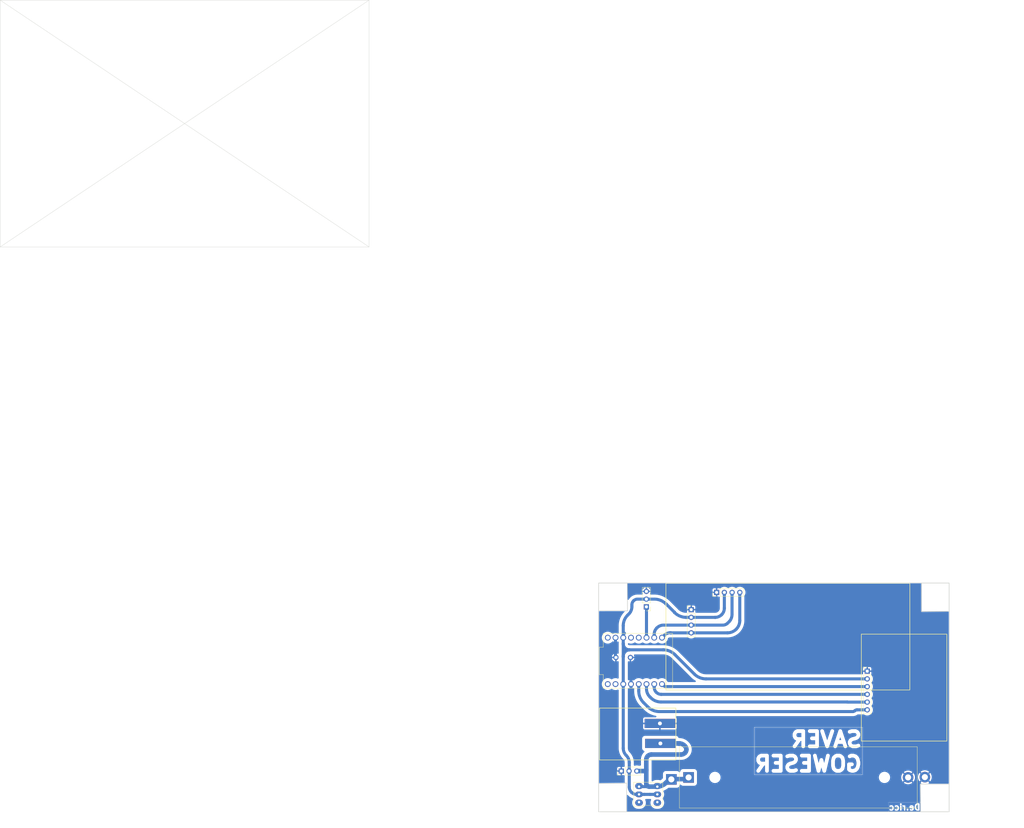
<source format=kicad_pcb>
(kicad_pcb (version 20221018) (generator pcbnew)
  (layers (0 "F.Cu" signal) (31 "B.Cu" signal) (34 "B.Paste" user) (35 "F.Paste" user) (36 "B.SilkS" user "B.Silkscreen") (37 "F.SilkS" user "F.Silkscreen") (38 "B.Mask" user) (39 "F.Mask" user) (44 "Edge.Cuts" user))
  (net 0 "")
  (net 1 "gnd")
  (net 2 "vcc")
  (net 3 "vcca")
  (net 4 "sda")
  (net 5 "scl")
  (net 6 "1")
  (net 7 "2")
  (net 8 "3")
  (net 9 "4")
  (net 10 "hall")
  (footprint "" (layer "F.Cu") (at 122.855 130.215)
    (fp_text reference "" hide)
    (fp_text value "" (at 0 0) (layer "F.SilkS") (effects (font (size 1.27 1.27))))
    (pad "3" thru_hole rect (at 0 0 90) (size 3 10) (drill 1.27) (layers "*.Cu" "*.Mask") (net 1 "gnd"))
  )
  (footprint "" (layer "F.Cu") (at 209.76 147.83)
    (fp_text reference "" hide)
    (fp_text value "" (at 0 0) (layer "F.SilkS") (effects (font (size 1.27 1.27))))
    (pad "2" thru_hole circle (at 0 0) (size 3.5 3.5) (drill 2) (layers "*.Cu" "*.Mask") (net 1 "gnd"))
  )
  (footprint "" (layer "F.Cu") (at 108.27 102.09)
    (fp_text reference "" hide)
    (fp_text value "" (at 0 0) (layer "F.SilkS") (effects (font (size 1.27 1.27))))
    (pad "3" thru_hole oval (at 0 0 180) (size 1.7 1.7) (drill 1) (layers "*.Cu" "*.Mask") (net 1 "gnd"))
  )
  (footprint "Potentiometer_SMD:MODULE_ESP32-C3_SUPERMINI" (layer "F.Cu") (at 115.65 109.68 90)
    (fp_text reference "REF**" hide)
    (fp_text value "MODULE_ESP32-C3_SUPERMINI")
    (fp_line (start -9 11.35) (end -9 -11.35) (stroke (width 0.127)) (layer "F.SilkS"))
    (fp_line (start -4.5 -12.65) (end -4.5 -11.35) (stroke (width 0.127)) (layer "F.SilkS"))
    (fp_line (start -4.5 -11.35) (end -9 -11.35) (stroke (width 0.127)) (layer "F.SilkS"))
    (fp_line (start 4.5 -12.65) (end -4.5 -12.65) (stroke (width 0.127)) (layer "F.SilkS"))
    (fp_line (start 4.5 -12.65) (end 4.5 -11.35) (stroke (width 0.127)) (layer "F.SilkS"))
    (fp_line (start 9 -11.35) (end 4.5 -11.35) (stroke (width 0.127)) (layer "F.SilkS"))
    (fp_line (start 9 11.35) (end -9 11.35) (stroke (width 0.127)) (layer "F.SilkS"))
    (fp_line (start 9 11.35) (end 9 -11.35) (stroke (width 0.127)) (layer "F.SilkS"))
    (pad "0" thru_hole circle (at 7.62 7.88 90) (size 1.905 1.905) (drill 1.27) (layers "*.Cu" "*.Mask") (net 5 "scl"))
    (pad "1" thru_hole circle (at 7.62 5.34 90) (size 1.905 1.905) (drill 1.27) (layers "*.Cu" "*.Mask") (net 4 "sda"))
    (pad "2" thru_hole circle (at 7.62 2.8 90) (size 1.905 1.905) (drill 1.27) (layers "*.Cu" "*.Mask") (net 10 "hall"))
    (pad "3" thru_hole circle (at 7.62 0.26 90) (size 1.905 1.905) (drill 1.27) (layers "*.Cu" "*.Mask"))
    (pad "3.3" thru_hole circle (at 7.62 -4.82 90) (size 1.905 1.905) (drill 1.27) (layers "*.Cu" "*.Mask") (net 2 "vcc"))
    (pad "4" thru_hole circle (at 7.62 -2.28 90) (size 1.905 1.905) (drill 1.27) (layers "*.Cu" "*.Mask"))
    (pad "5" thru_hole circle (at -7.62 -9.9 90) (size 1.905 1.905) (drill 1.27) (layers "*.Cu" "*.Mask"))
    (pad "5V" thru_hole circle (at 7.62 -9.9 90) (size 1.905 1.905) (drill 1.27) (layers "*.Cu" "*.Mask"))
    (pad "6" thru_hole circle (at -7.62 -7.36 90) (size 1.905 1.905) (drill 1.27) (layers "*.Cu" "*.Mask"))
    (pad "7" thru_hole circle (at -7.62 -4.82 90) (size 1.905 1.905) (drill 1.27) (layers "*.Cu" "*.Mask") (net 2 "vcc"))
    (pad "8" thru_hole circle (at -7.62 -2.28 90) (size 1.905 1.905) (drill 1.27) (layers "*.Cu" "*.Mask") (net 1 "gnd"))
    (pad "9" thru_hole circle (at -7.62 0.26 90) (size 1.905 1.905) (drill 1.27) (layers "*.Cu" "*.Mask") (net 9 "4"))
    (pad "10" thru_hole circle (at -7.62 2.8 90) (size 1.905 1.905) (drill 1.27) (layers "*.Cu" "*.Mask") (net 8 "3"))
    (pad "20" thru_hole circle (at -7.62 5.34 90) (size 1.905 1.905) (drill 1.27) (layers "*.Cu" "*.Mask") (net 7 "2"))
    (pad "21" thru_hole circle (at -7.62 7.88 90) (size 1.905 1.905) (drill 1.27) (layers "*.Cu" "*.Mask") (net 6 "1"))
    (pad "G" thru_hole circle (at 7.62 -7.36 90) (size 1.905 1.905) (drill 1.27) (layers "*.Cu" "*.Mask") (net 1 "gnd"))
  )
  (footprint "Battery:BatteryHolder_MPD_BH-18650-PC2" (layer "F.Cu") (at 132.26 147.93)
    (fp_text reference "REF**" hide)
    (fp_text value "BatteryHolder_MPD_BH-18650-PC2")
    (fp_line (start -3 -10.05) (end 75 -10.05) (stroke (width 0.12)) (layer "F.SilkS"))
    (fp_line (start -3 10.05) (end -3 -10.05) (stroke (width 0.12)) (layer "F.SilkS"))
    (fp_line (start 75 -10.05) (end 75 10.05) (stroke (width 0.12)) (layer "F.SilkS"))
    (fp_line (start 75 10.05) (end -3 10.05) (stroke (width 0.12)) (layer "F.SilkS"))
    (pad "" np_thru_hole circle (at 8.645 0) (size 3.2 3.2) (drill 3.2) (layers "*.Cu" "*.Mask"))
    (pad "" np_thru_hole circle (at 64.255 0) (size 3.2 3.2) (drill 3.2) (layers "*.Cu" "*.Mask"))
    (pad "1" thru_hole rect (at 0 0) (size 3.5 3.5) (drill 2) (layers "*.Cu" "*.Mask") (net 3 "vcca"))
    (pad "2" thru_hole circle (at 72 0) (size 3.5 3.5) (drill 2) (layers "*.Cu" "*.Mask") (net 1 "gnd"))
  )
  (footprint "" (layer "F.Cu") (at 108.42 108.56)
    (fp_text reference "" hide)
    (fp_text value "" (at 0 0) (layer "F.SilkS") (effects (font (size 1.27 1.27))))
    (pad "3" thru_hole oval (at 0 0 180) (size 1.7 1.7) (drill 1) (layers "*.Cu" "*.Mask") (net 1 "gnd"))
  )
  (footprint "Connector_PinHeader_2.54mm:PinHeader_1x06_P2.54mm_Vertical" (layer "F.Cu") (at 190.86 113.05)
    (fp_text reference "REF**" hide)
    (fp_text value "PinHeader_1x06_P2.54mm_Vertical")
    (fp_line (start -1.33 -1.33) (end 0 -1.33) (stroke (width 0.12)) (layer "F.SilkS"))
    (fp_line (start -1.33 0) (end -1.33 -1.33) (stroke (width 0.12)) (layer "F.SilkS"))
    (fp_line (start -1.33 1.27) (end -1.33 14.03) (stroke (width 0.12)) (layer "F.SilkS"))
    (fp_line (start -1.33 1.27) (end 1.33 1.27) (stroke (width 0.12)) (layer "F.SilkS"))
    (fp_line (start -1.33 14.03) (end 1.33 14.03) (stroke (width 0.12)) (layer "F.SilkS"))
    (fp_line (start 1.33 1.27) (end 1.33 14.03) (stroke (width 0.12)) (layer "F.SilkS"))
    (pad "1" thru_hole rect (at 0 0) (size 1.7 1.7) (drill 1) (layers "*.Cu" "*.Mask") (net 1 "gnd"))
    (pad "2" thru_hole oval (at 0 2.54) (size 1.7 1.7) (drill 1) (layers "*.Cu" "*.Mask") (net 2 "vcc"))
    (pad "3" thru_hole oval (at 0 5.08) (size 1.7 1.7) (drill 1) (layers "*.Cu" "*.Mask") (net 6 "1"))
    (pad "4" thru_hole oval (at 0 7.62) (size 1.7 1.7) (drill 1) (layers "*.Cu" "*.Mask") (net 7 "2"))
    (pad "5" thru_hole oval (at 0 10.16) (size 1.7 1.7) (drill 1) (layers "*.Cu" "*.Mask") (net 8 "3"))
    (pad "6" thru_hole oval (at 0 12.7) (size 1.7 1.7) (drill 1) (layers "*.Cu" "*.Mask") (net 9 "4"))
  )
  (footprint "Connector_PinHeader_2.54mm:PinHeader_1x04_P2.54mm_Vertical" (layer "F.Cu") (at 133.12 92.86)
    (fp_text reference "REF**" hide)
    (fp_text value "PinHeader_1x04_P2.54mm_Vertical" hide)
    (fp_line (start -1.33 -1.33) (end 0 -1.33) (stroke (width 0.12)) (layer "F.SilkS"))
    (fp_line (start -1.33 0) (end -1.33 -1.33) (stroke (width 0.12)) (layer "F.SilkS"))
    (fp_line (start -1.33 1.27) (end -1.33 8.95) (stroke (width 0.12)) (layer "F.SilkS"))
    (fp_line (start -1.33 1.27) (end 1.33 1.27) (stroke (width 0.12)) (layer "F.SilkS"))
    (fp_line (start -1.33 8.95) (end 1.33 8.95) (stroke (width 0.12)) (layer "F.SilkS"))
    (fp_line (start 1.33 1.27) (end 1.33 8.95) (stroke (width 0.12)) (layer "F.SilkS"))
    (pad "1" thru_hole rect (at 0 0) (size 1.7 1.7) (drill 1) (layers "*.Cu" "*.Mask") (net 1 "gnd"))
    (pad "2" thru_hole oval (at 0 2.54) (size 1.7 1.7) (drill 1) (layers "*.Cu" "*.Mask") (net 2 "vcc"))
    (pad "3" thru_hole oval (at 0 5.08) (size 1.7 1.7) (drill 1) (layers "*.Cu" "*.Mask") (net 4 "sda"))
    (pad "4" thru_hole oval (at 0 7.62) (size 1.7 1.7) (drill 1) (layers "*.Cu" "*.Mask") (net 5 "scl"))
  )
  (footprint "" (layer "F.Cu") (at 123.01 136.78)
    (fp_text reference "" hide)
    (fp_text value "" (at 0 0) (layer "F.SilkS") (effects (font (size 1.27 1.27))))
    (pad "3" thru_hole rect (at 0 0 90) (size 3 10) (drill 1.27) (layers "*.Cu" "*.Mask") (net 3 "vcca"))
  )
  (footprint "Connector_PinHeader_2.54mm:PinHeader_1x03_P2.54mm_Vertical" (layer "F.Cu") (at 118.42 91.95 180)
    (fp_text reference "REF**" hide)
    (fp_text value "PinHeader_1x03_P2.54mm_Vertical")
    (fp_line (start -1.33 -1.33) (end 0 -1.33) (stroke (width 0.12)) (layer "F.SilkS"))
    (fp_line (start -1.33 0) (end -1.33 -1.33) (stroke (width 0.12)) (layer "F.SilkS"))
    (fp_line (start -1.33 1.27) (end -1.33 6.41) (stroke (width 0.12)) (layer "F.SilkS"))
    (fp_line (start -1.33 1.27) (end 1.33 1.27) (stroke (width 0.12)) (layer "F.SilkS"))
    (fp_line (start -1.33 6.41) (end 1.33 6.41) (stroke (width 0.12)) (layer "F.SilkS"))
    (fp_line (start 1.33 1.27) (end 1.33 6.41) (stroke (width 0.12)) (layer "F.SilkS"))
    (pad "1" thru_hole rect (at 0 0 180) (size 1.7 1.7) (drill 1) (layers "*.Cu" "*.Mask") (net 10 "hall"))
    (pad "2" thru_hole oval (at 0 2.54 180) (size 1.7 1.7) (drill 1) (layers "*.Cu" "*.Mask") (net 2 "vcc"))
    (pad "3" thru_hole oval (at 0 5.08 180) (size 1.7 1.7) (drill 1) (layers "*.Cu" "*.Mask") (net 1 "gnd"))
  )
  (footprint "" (layer "F.Cu") (at 113.18 108.56)
    (fp_text reference "" hide)
    (fp_text value "" (at 0 0) (layer "F.SilkS") (effects (font (size 1.27 1.27))))
    (pad "3" thru_hole oval (at 0 0 180) (size 1.7 1.7) (drill 1) (layers "*.Cu" "*.Mask") (net 1 "gnd"))
  )
  (footprint "" (layer "F.Cu") (at 126.6 148.57)
    (fp_text reference "" hide)
    (fp_text value "" (at 0 0) (layer "F.SilkS") (effects (font (size 1.27 1.27))))
    (pad "1" thru_hole rect (at 0 0) (size 3.5 3.5) (drill 2) (layers "*.Cu" "*.Mask") (net 3 "vcca"))
  )
  (footprint "Connector_PinHeader_2.54mm:PinHeader_1x04_P2.54mm_Vertical" (layer "F.Cu") (at 141.45 87.21 90)
    (fp_text reference "REF**" hide)
    (fp_text value "PinHeader_1x04_P2.54mm_Vertical" hide)
    (fp_line (start -1.33 -1.33) (end 0 -1.33) (stroke (width 0.12)) (layer "F.SilkS"))
    (fp_line (start -1.33 0) (end -1.33 -1.33) (stroke (width 0.12)) (layer "F.SilkS"))
    (fp_line (start -1.33 1.27) (end -1.33 8.95) (stroke (width 0.12)) (layer "F.SilkS"))
    (fp_line (start -1.33 1.27) (end 1.33 1.27) (stroke (width 0.12)) (layer "F.SilkS"))
    (fp_line (start -1.33 8.95) (end 1.33 8.95) (stroke (width 0.12)) (layer "F.SilkS"))
    (fp_line (start 1.33 1.27) (end 1.33 8.95) (stroke (width 0.12)) (layer "F.SilkS"))
    (pad "1" thru_hole rect (at 0 0 90) (size 1.7 1.7) (drill 1) (layers "*.Cu" "*.Mask") (net 1 "gnd"))
    (pad "2" thru_hole oval (at 0 2.54 90) (size 1.7 1.7) (drill 1) (layers "*.Cu" "*.Mask") (net 2 "vcc"))
    (pad "3" thru_hole oval (at 0 5.08 90) (size 1.7 1.7) (drill 1) (layers "*.Cu" "*.Mask") (net 4 "sda"))
    (pad "4" thru_hole oval (at 0 7.62 90) (size 1.7 1.7) (drill 1) (layers "*.Cu" "*.Mask") (net 5 "scl"))
  )
  (footprint "Button_Switch_THT:SW-7x7mm-lock" (layer "F.Cu") (at 119 153.5 90)
    (fp_text reference "REF**" hide)
    (fp_text value "SW-7x7mm-lock")
    (fp_line (start -3.99 -1.583333) (end -3.63 -1.583333) (stroke (width 0.12)) (layer "F.SilkS"))
    (fp_line (start -3.99 1.583333) (end -3.99 4.75) (stroke (width 0.12)) (layer "F.SilkS"))
    (fp_line (start -3.99 4.75) (end 3.989999 4.75) (stroke (width 0.12)) (layer "F.SilkS"))
    (fp_line (start -3.989999 -4.75) (end -3.99 -1.583333) (stroke (width 0.12)) (layer "F.SilkS"))
    (fp_line (start -3.63 -1.583333) (end -3.63 1.583333) (stroke (width 0.12)) (layer "F.SilkS"))
    (fp_line (start -3.63 1.583333) (end -3.99 1.583333) (stroke (width 0.12)) (layer "F.SilkS"))
    (fp_line (start 3.989999 4.75) (end 3.99 -4.75) (stroke (width 0.12)) (layer "F.SilkS"))
    (fp_line (start 3.99 -4.75) (end -3.989999 -4.75) (stroke (width 0.12)) (layer "F.SilkS"))
    (pad "1" thru_hole oval (at -2.54 3 90) (size 2 2.5) (drill 0.8 (offset -0.2 0)) (layers "In1.Cu" "In2.Cu" "In3.Cu" "In4.Cu" "In5.Cu" "In6.Cu" "In7.Cu" "In8.Cu" "In9.Cu" "In10.Cu" "In11.Cu" "In12.Cu" "In13.Cu" "In14.Cu" "In15.Cu" "In16.Cu" "In17.Cu" "In18.Cu" "In19.Cu" "In20.Cu" "In21.Cu" "In22.Cu" "In23.Cu" "In24.Cu" "In25.Cu" "In26.Cu" "In27.Cu" "In28.Cu" "In29.Cu" "In30.Cu" "B.Cu"))
    (pad "2" thru_hole oval (at 0 3 90) (size 1.85 2.5) (drill 0.8) (layers "*.Cu") (net 2 "vcc"))
    (pad "3" thru_hole oval (at 2.54 3 90) (size 2 2.5) (drill 0.8 (offset 0.2 0)) (layers "*.Cu") (net 3 "vcca"))
    (pad "4" thru_hole oval (at 2.54 -3 90) (size 2 2.5) (drill 0.8 (offset 0.2 0)) (layers "*.Cu") (net 3 "vcca"))
    (pad "5" thru_hole oval (at 0 -3 90) (size 1.85 2.5) (drill 0.8) (layers "*.Cu") (net 2 "vcc"))
    (pad "6" thru_hole oval (at -2.54 -3 90) (size 2 2.5) (drill 0.8 (offset -0.2 0)) (layers "In1.Cu" "In2.Cu" "In3.Cu" "In4.Cu" "In5.Cu" "In6.Cu" "In7.Cu" "In8.Cu" "In9.Cu" "In10.Cu" "In11.Cu" "In12.Cu" "In13.Cu" "In14.Cu" "In15.Cu" "In16.Cu" "In17.Cu" "In18.Cu" "In19.Cu" "In20.Cu" "In21.Cu" "In22.Cu" "In23.Cu" "In24.Cu" "In25.Cu" "In26.Cu" "In27.Cu" "In28.Cu" "In29.Cu" "In30.Cu" "B.Cu"))
  )
  (footprint "Connector_PinHeader_2.54mm:PinHeader_1x03_P2.54mm_Vertical" (layer "F.Cu") (at 110.19 145.84 90)
    (fp_text reference "REF**" hide)
    (fp_text value "PinHeader_1x03_P2.54mm_Vertical" hide)
    (fp_line (start -1.33 -1.33) (end 0 -1.33) (stroke (width 0.12)) (layer "F.SilkS"))
    (fp_line (start -1.33 0) (end -1.33 -1.33) (stroke (width 0.12)) (layer "F.SilkS"))
    (fp_line (start -1.33 1.27) (end -1.33 6.41) (stroke (width 0.12)) (layer "F.SilkS"))
    (fp_line (start -1.33 1.27) (end 1.33 1.27) (stroke (width 0.12)) (layer "F.SilkS"))
    (fp_line (start -1.33 6.41) (end 1.33 6.41) (stroke (width 0.12)) (layer "F.SilkS"))
    (fp_line (start 1.33 1.27) (end 1.33 6.41) (stroke (width 0.12)) (layer "F.SilkS"))
    (pad "1" thru_hole rect (at 0 0 90) (size 1.7 1.7) (drill 1) (layers "*.Cu" "*.Mask") (net 1 "gnd"))
    (pad "2" thru_hole oval (at 0 2.54 90) (size 1.7 1.7) (drill 1) (layers "*.Cu" "*.Mask") (net 2 "vcc"))
    (pad "3" thru_hole oval (at 0 5.08 90) (size 1.7 1.7) (drill 1) (layers "*.Cu" "*.Mask") (net 3 "vcca"))
  )
  (gr_rect (start 124.815 84.21) (end 204.825 119.22) (stroke (width 0.2)) (fill none) (layer "F.SilkS"))
  (gr_rect (start 103.06 125.175) (end 128.09 142.185) (stroke (width 0.2)) (fill none) (layer "F.SilkS"))
  (gr_rect (start 188.92 100.91) (end 216.97 136) (stroke (width 0.2)) (fill none) (layer "F.SilkS"))
  (gr_line (start 208.2775 150.105) (end 217.6625 150.095) (stroke (width 0.2)) (layer "Edge.Cuts"))
  (gr_line (start 112.23 93.25) (end 112.14 84.1525) (stroke (width 0.2)) (layer "Edge.Cuts"))
  (gr_line (start 112.23 93.25) (end 102.845 93.26) (stroke (width 0.2)) (layer "Edge.Cuts"))
  (gr_line (start 111.92 149.805) (end 102.8225 149.895) (stroke (width 0.2)) (layer "Edge.Cuts"))
  (gr_rect (start 102.76 84.13) (end 217.72 159.21) (stroke (width 0.2)) (fill none) (layer "Edge.Cuts"))
  (gr_line (start 208.2775 150.105) (end 208.3675 159.2025) (stroke (width 0.2)) (layer "Edge.Cuts"))
  (gr_line (start -93.56 -26.18) (end 27.44 -107.18) (stroke (width 0.1)) (layer "Edge.Cuts"))
  (gr_rect (start -93.56 -107.18) (end 27.44 -26.18) (stroke (width 0.1)) (fill none) (layer "Edge.Cuts"))
  (gr_line (start 111.92 149.805) (end 111.93 159.19) (stroke (width 0.2)) (layer "Edge.Cuts"))
  (gr_line (start -93.56 -107.18) (end 27.44 -26.18) (stroke (width 0.1)) (layer "Edge.Cuts"))
  (gr_line (start 208.66 93.51) (end 217.7575 93.42) (stroke (width 0.2)) (layer "Edge.Cuts"))
  (gr_line (start 208.66 93.51) (end 208.65 84.125) (stroke (width 0.2)) (layer "Edge.Cuts"))
  (gr_text "SAVER\nGOWESER" (at 189.74 146.45) (layer "B.Cu" knockout) (effects (font (size 5 5) (thickness 1.25) bold) (justify left bottom mirror)))
  (gr_text "De.ricc" (at 208.59 156.56) (layer "B.Cu" knockout) (effects (font (size 2 2) (thickness 0.5) bold) (justify left top mirror)))
  (segment (start 108.27 108.303933) (end 108.27 102.09) (width 1) (layer "B.Cu") (net 1))
  (segment (start 108.345 108.485) (end 108.42 108.56) (width 1) (layer "B.Cu") (net 1))
  (segment (start 113.37 120.625147) (end 113.37 117.3) (width 1) (layer "B.Cu") (net 1))
  (segment (start 213.71 147.36) (end 213.72 147.37) (width 1) (layer "B.Cu") (net 1))
  (segment (start 113.505 114.645) (end 113.64 114.51) (width 1) (layer "B.Cu") (net 1))
  (segment (start 113.43 120.77) (end 113.49 120.83) (width 1) (layer "B.Cu") (net 1))
  (segment (start 113.37 117.3) (end 113.37 114.970918) (width 1) (layer "B.Cu") (net 1))
  (arc (start 108.27 108.303933) (mid 108.289491 108.401925) (end 108.345 108.485) (width 1) (layer "B.Cu") (net 1))
  (arc (start 113.43 120.77) (mid 113.385593 120.70354) (end 113.37 120.625147) (width 1) (layer "B.Cu") (net 1))
  (arc (start 113.505 114.645) (mid 113.405085 114.794532) (end 113.37 114.970918) (width 1) (layer "B.Cu") (net 1))
  (segment (start 112.829998 106.05) (end 123.936036 106.05) (width 1) (layer "B.Cu") (net 2))
  (segment (start 124.853792 91.003792) (end 124.878862 91.003792) (width 1) (layer "B.Cu") (net 2))
  (segment (start 110.83 104.050001) (end 110.83 101.52) (width 1) (layer "B.Cu") (net 2))
  (segment (start 115.3325 153.5) (end 115.11 153.5) (width 1) (layer "B.Cu") (net 2))
  (segment (start 110.83 108.315) (end 110.83 117.3) (width 1) (layer "B.Cu") (net 2))
  (segment (start 190.775 115.675) (end 190.8175 115.6325) (width 1) (layer "B.Cu") (net 2))
  (segment (start 143.99 92.37842) (end 143.99 87.21) (width 1) (layer "B.Cu") (net 2))
  (segment (start 113.66 91.9) (end 113.66 91.287817) (width 1) (layer "B.Cu") (net 2))
  (segment (start 117.78 153.5) (end 117.1125 153.5) (width 1) (layer "B.Cu") (net 2))
  (segment (start 112.677121 94.272878) (end 112.245 94.705) (width 1) (layer "B.Cu") (net 2))
  (segment (start 112.8 151.075908) (end 112.8 143.093) (width 1) (layer "B.Cu") (net 2))
  (segment (start 121.006036 89.41) (end 117.521751 89.41) (width 1) (layer "B.Cu") (net 2))
  (segment (start 110.83 108.315) (end 110.83 104.050001) (width 1) (layer "B.Cu") (net 2))
  (segment (start 190.799895 115.59) (end 137.983963 115.59) (width 1) (layer "B.Cu") (net 2))
  (segment (start 117.1125 153.5) (end 116.6675 153.5) (width 1) (layer "B.Cu") (net 2))
  (segment (start 140.96842 95.4) (end 133.12 95.4) (width 1) (layer "B.Cu") (net 2))
  (segment (start 110.83 98.121112) (end 110.83 102.06) (width 1) (layer "B.Cu") (net 2))
  (segment (start 119.56 153.5) (end 122 153.5) (width 1) (layer "B.Cu") (net 2))
  (segment (start 115.7775 153.5) (end 115.3325 153.5) (width 1) (layer "B.Cu") (net 2))
  (segment (start 127.638479 93.738339) (end 124.921659 91.021519) (width 1) (layer "B.Cu") (net 2))
  (segment (start 115.537817 89.41) (end 118.42 89.41) (width 1) (layer "B.Cu") (net 2))
  (segment (start 115.7775 153.5) (end 116.2225 153.5) (width 1) (layer "B.Cu") (net 2))
  (segment (start 134.136207 113.996207) (end 127.783792 107.643792) (width 1) (layer "B.Cu") (net 2))
  (segment (start 127.656207 93.781137) (end 127.656207 93.806207) (width 1) (layer "B.Cu") (net 2))
  (segment (start 133.12 95.4) (end 131.503963 95.4) (width 1) (layer "B.Cu") (net 2))
  (segment (start 113.590674 152.870674) (end 113.51 152.79) (width 1) (layer "B.Cu") (net 2))
  (segment (start 119.56 153.5) (end 117.78 153.5) (width 1) (layer "B.Cu") (net 2))
  (segment (start 116.6675 153.5) (end 116.2225 153.5) (width 1) (layer "B.Cu") (net 2))
  (segment (start 110.83 117.3) (end 110.83 138.336999) (width 1) (layer "B.Cu") (net 2))
  (arc (start 110.83 104.050001) (mid 111.415785 105.464213) (end 112.829998 106.05) (width 1) (layer "B.Cu") (net 2))
  (arc (start 124.921659 91.021519) (mid 124.902023 91.008399) (end 124.878862 91.003792) (width 1) (layer "B.Cu") (net 2))
  (arc (start 143.99 92.37842) (mid 143.759995 93.534728) (end 143.105 94.515) (width 1) (layer "B.Cu") (net 2))
  (arc (start 110.83 101.52) (mid 110.929236 101.021104) (end 111.211837 100.598162) (width 1) (layer "B.Cu") (net 2))
  (arc (start 113.590674 152.870674) (mid 114.287746 153.336443) (end 115.11 153.5) (width 1) (layer "B.Cu") (net 2))
  (arc (start 124.853792 91.003792) (mid 123.088426 89.824213) (end 121.006036 89.41) (width 1) (layer "B.Cu") (net 2))
  (arc (start 112.245 94.705) (mid 111.197746 96.272325) (end 110.83 98.121112) (width 1) (layer "B.Cu") (net 2))
  (arc (start 140.96842 95.4) (mid 142.124728 95.169995) (end 143.105 94.515) (width 1) (layer "B.Cu") (net 2))
  (arc (start 112.8 151.075908) (mid 112.984522 152.003567) (end 113.51 152.79) (width 1) (layer "B.Cu") (net 2))
  (arc (start 123.936036 106.05) (mid 126.018426 106.464213) (end 127.783792 107.643792) (width 1) (layer "B.Cu") (net 2))
  (arc (start 111.815 140.715) (mid 112.544006 141.806035) (end 112.8 143.093) (width 1) (layer "B.Cu") (net 2))
  (arc (start 190.775 115.675) (mid 190.680849 115.737909) (end 190.569791 115.76) (width 1) (layer "B.Cu") (net 2))
  (arc (start 127.656207 93.806207) (mid 129.42156 94.98578) (end 131.503963 95.4) (width 1) (layer "B.Cu") (net 2))
  (arc (start 114.21 89.96) (mid 113.80294 90.569207) (end 113.66 91.287817) (width 1) (layer "B.Cu") (net 2))
  (arc (start 113.66 91.9) (mid 113.404558 93.184192) (end 112.677121 94.272878) (width 1) (layer "B.Cu") (net 2))
  (arc (start 134.136207 113.996207) (mid 135.901572 115.175786) (end 137.983963 115.59) (width 1) (layer "B.Cu") (net 2))
  (arc (start 127.656207 93.781137) (mid 127.651599 93.757975) (end 127.638479 93.738339) (width 1) (layer "B.Cu") (net 2))
  (arc (start 190.799895 115.59) (mid 190.822896 115.605368) (end 190.8175 115.6325) (width 1) (layer "B.Cu") (net 2))
  (arc (start 110.83 108.315) (mid 111.415785 106.713403) (end 112.829998 106.05) (width 1) (layer "B.Cu") (net 2))
  (arc (start 111.815 140.715) (mid 111.085993 139.623963) (end 110.83 138.336999) (width 1) (layer "B.Cu") (net 2))
  (arc (start 115.537817 89.41) (mid 114.819207 89.55294) (end 114.21 89.96) (width 1) (layer "B.Cu") (net 2))
  (segment (start 127.285934 136.78) (end 126.724065 136.78) (width 1.5) (layer "B.Cu") (net 3))
  (segment (start 131.087451 139.852548) (end 131.03 139.91) (width 1.5) (layer "B.Cu") (net 3))
  (segment (start 124.795 149.725) (end 126.03 148.49) (width 1.5) (layer "B.Cu") (net 3))
  (segment (start 129.237791 136.78) (end 129.208422 136.78) (width 1.5) (layer "B.Cu") (net 3))
  (segment (start 128.795327 136.78) (end 128.350934 136.78) (width 1.5) (layer "B.Cu") (net 3))
  (segment (start 129.149684 136.78) (end 129.120315 136.78) (width 1.5) (layer "B.Cu") (net 3))
  (segment (start 129.798751 140.42) (end 120.070035 140.42) (width 1.5) (layer "B.Cu") (net 3))
  (segment (start 129.179053 136.78) (end 129.149684 136.78) (width 1.5) (layer "B.Cu") (net 3))
  (segment (start 118.38 142.110035) (end 118.38 145.310796) (width 1.5) (layer "B.Cu") (net 3))
  (segment (start 118.38 145.749203) (end 118.38 145.310796) (width 1.5) (layer "B.Cu") (net 3))
  (segment (start 129.252476 136.78) (end 129.237791 136.78) (width 1.5) (layer "B.Cu") (net 3))
  (segment (start 131.087451 137.667451) (end 130.87 137.45) (width 1.5) (layer "B.Cu") (net 3))
  (segment (start 127.847803 136.78) (end 127.285934 136.78) (width 1.5) (layer "B.Cu") (net 3))
  (segment (start 117.850796 145.84) (end 115.27 145.84) (width 1.5) (layer "B.Cu") (net 3))
  (segment (start 125.8075 136.78) (end 126.724065 136.78) (width 1.5) (layer "B.Cu") (net 3))
  (segment (start 116 150.96) (end 122 150.96) (width 1) (layer "B.Cu") (net 3))
  (segment (start 127.847803 136.78) (end 128.350934 136.78) (width 1.5) (layer "B.Cu") (net 3))
  (segment (start 129.076262 136.78) (end 128.958786 136.78) (width 1.5) (layer "B.Cu") (net 3))
  (segment (start 125.8075 136.78) (end 123.9425 136.78) (width 1.5) (layer "B.Cu") (net 3))
  (segment (start 132.495147 148.49) (end 126.03 148.49) (width 1.5) (layer "B.Cu") (net 3))
  (segment (start 123.9425 136.78) (end 123.01 136.78) (width 1) (layer "B.Cu") (net 3))
  (segment (start 129.208422 136.78) (end 129.179053 136.78) (width 1.5) (layer "B.Cu") (net 3))
  (segment (start 129.120315 136.78) (end 129.076262 136.78) (width 1.5) (layer "B.Cu") (net 3))
  (segment (start 118.38 145.749203) (end 118.38 149.986949) (width 1.5) (layer "B.Cu") (net 3))
  (segment (start 128.795327 136.78) (end 128.958786 136.78) (width 1.5) (layer "B.Cu") (net 3))
  (segment (start 132.64 148.43) (end 132.7 148.37) (width 1.5) (layer "B.Cu") (net 3))
  (segment (start 119.35305 150.96) (end 121.813446 150.96) (width 1.5) (layer "B.Cu") (net 3))
  (arc (start 119.35305 150.96) (mid 118.98068 150.88593) (end 118.665 150.675) (width 1.5) (layer "B.Cu") (net 3))
  (arc (start 118.225 145.685) (mid 118.053313 145.799716) (end 117.850796 145.84) (width 1.5) (layer "B.Cu") (net 3))
  (arc (start 118.225 145.685) (mid 118.323949 145.665317) (end 118.38 145.749203) (width 1.5) (layer "B.Cu") (net 3))
  (arc (start 118.225 145.685) (mid 118.339716 145.513313) (end 118.38 145.310796) (width 1.5) (layer "B.Cu") (net 3))
  (arc (start 118.665 150.675) (mid 118.454069 150.359319) (end 118.38 149.986949) (width 1.5) (layer "B.Cu") (net 3))
  (arc (start 129.252476 136.78) (mid 130.127873 136.954127) (end 130.87 137.45) (width 1.5) (layer "B.Cu") (net 3))
  (arc (start 120.070035 140.42) (mid 119.423286 140.548646) (end 118.875 140.915) (width 1.5) (layer "B.Cu") (net 3))
  (arc (start 124.795 149.725) (mid 123.427051 150.639033) (end 121.813446 150.96) (width 1.5) (layer "B.Cu") (net 3))
  (arc (start 131.087451 137.667451) (mid 131.422386 138.168716) (end 131.54 138.76) (width 1.5) (layer "B.Cu") (net 3))
  (arc (start 118.875 140.915) (mid 118.508646 141.463286) (end 118.38 142.110035) (width 1.5) (layer "B.Cu") (net 3))
  (arc (start 129.798751 140.42) (mid 130.465098 140.287455) (end 131.03 139.91) (width 1.5) (layer "B.Cu") (net 3))
  (arc (start 132.495147 148.49) (mid 132.57354 148.474406) (end 132.64 148.43) (width 1.5) (layer "B.Cu") (net 3))
  (arc (start 131.087451 139.852548) (mid 131.422386 139.351282) (end 131.54 138.76) (width 1.5) (layer "B.Cu") (net 3))
  (segment (start 143.508497 97.94) (end 133.12 97.94) (width 1) (layer "B.Cu") (net 4))
  (segment (start 124.045721 97.94) (end 133.12 97.94) (width 1) (layer "B.Cu") (net 4))
  (segment (start 120.99 100.895) (end 120.99 102.06) (width 1) (layer "B.Cu") (net 4))
  (segment (start 146.51 94.402146) (end 146.51 86.87) (width 1) (layer "B.Cu") (net 4))
  (segment (start 145.726277 96.640855) (end 145.076704 97.290427) (width 1) (layer "B.Cu") (net 4))
  (segment (start 121.813779 98.90622) (end 121.885 98.835) (width 1) (layer "B.Cu") (net 4))
  (arc (start 143.508497 97.94) (mid 144.357204 97.771181) (end 145.076704 97.290427) (width 1) (layer "B.Cu") (net 4))
  (arc (start 146.51 94.402146) (mid 146.307227 95.587472) (end 145.726277 96.640855) (width 1) (layer "B.Cu") (net 4))
  (arc (start 121.813779 98.90622) (mid 121.204093 99.81868) (end 120.99 100.895) (width 1) (layer "B.Cu") (net 4))
  (arc (start 124.045721 97.94) (mid 122.876347 98.172602) (end 121.885 98.835) (width 1) (layer "B.Cu") (net 4))
  (segment (start 124.345 101.245) (end 123.53 102.06) (width 1) (layer "B.Cu") (net 5))
  (segment (start 126.397939 100.48) (end 133.12 100.48) (width 1) (layer "B.Cu") (net 5))
  (segment (start 149.05 96.434156) (end 149.05 86.87) (width 1) (layer "B.Cu") (net 5))
  (segment (start 145.004156 100.48) (end 133.12 100.48) (width 1) (layer "B.Cu") (net 5))
  (segment (start 126.312584 100.43) (end 126.337584 100.455) (width 1) (layer "B.Cu") (net 5))
  (arc (start 147.865 99.295) (mid 146.552433 100.172028) (end 145.004156 100.48) (width 1) (layer "B.Cu") (net 5))
  (arc (start 126.397939 100.48) (mid 126.365275 100.473502) (end 126.337584 100.455) (width 1) (layer "B.Cu") (net 5))
  (arc (start 126.312584 100.43) (mid 125.247735 100.641811) (end 124.345 101.245) (width 1) (layer "B.Cu") (net 5))
  (arc (start 147.865 99.295) (mid 148.742028 97.982433) (end 149.05 96.434156) (width 1) (layer "B.Cu") (net 5))
  (segment (start 123.945 117.715) (end 123.53 117.3) (width 1) (layer "B.Cu") (net 6))
  (segment (start 124.946898 118.13) (end 190.86 118.13) (width 1) (layer "B.Cu") (net 6))
  (arc (start 124.946898 118.13) (mid 124.404674 118.022145) (end 123.945 117.715) (width 1) (layer "B.Cu") (net 6))
  (segment (start 120.99 118.365405) (end 120.99 117.3) (width 1) (layer "B.Cu") (net 7))
  (segment (start 123.294594 120.67) (end 190.86 120.67) (width 1) (layer "B.Cu") (net 7))
  (arc (start 121.665 119.995) (mid 121.165426 119.247335) (end 120.99 118.365405) (width 1) (layer "B.Cu") (net 7))
  (arc (start 121.665 119.995) (mid 122.412664 120.494573) (end 123.294594 120.67) (width 1) (layer "B.Cu") (net 7))
  (segment (start 118.45 118.84) (end 118.45 117.3) (width 1) (layer "B.Cu") (net 8))
  (segment (start 184.438284 123.21) (end 190.86 123.21) (width 1) (layer "B.Cu") (net 8))
  (segment (start 119.538944 121.468944) (end 119.845 121.775) (width 1) (layer "B.Cu") (net 8))
  (segment (start 184.341715 123.17) (end 123.212827 123.17) (width 1) (layer "B.Cu") (net 8))
  (arc (start 119.845 121.775) (mid 121.390172 122.807451) (end 123.212827 123.17) (width 1) (layer "B.Cu") (net 8))
  (arc (start 118.45 118.84) (mid 118.733007 120.262774) (end 119.538944 121.468944) (width 1) (layer "B.Cu") (net 8))
  (arc (start 184.39 123.19) (mid 184.367846 123.175197) (end 184.341715 123.17) (width 1) (layer "B.Cu") (net 8))
  (arc (start 184.39 123.19) (mid 184.412152 123.204802) (end 184.438284 123.21) (width 1) (layer "B.Cu") (net 8))
  (segment (start 187.48305 125.75) (end 190.86 125.75) (width 1) (layer "B.Cu") (net 9))
  (segment (start 118.836207 124.726207) (end 117.50099 123.39099) (width 1) (layer "B.Cu") (net 9))
  (segment (start 122.683963 126.32) (end 186.106949 126.32) (width 1) (layer "B.Cu") (net 9))
  (segment (start 115.91 119.55) (end 115.91 117.3) (width 1) (layer "B.Cu") (net 9))
  (arc (start 186.795 126.035) (mid 186.479319 126.24593) (end 186.106949 126.32) (width 1) (layer "B.Cu") (net 9))
  (arc (start 187.48305 125.75) (mid 187.11068 125.824069) (end 186.795 126.035) (width 1) (layer "B.Cu") (net 9))
  (arc (start 115.91 119.55) (mid 116.323484 121.628728) (end 117.50099 123.39099) (width 1) (layer "B.Cu") (net 9))
  (arc (start 118.836207 124.726207) (mid 120.601572 125.905786) (end 122.683963 126.32) (width 1) (layer "B.Cu") (net 9))
  (segment (start 118.45 92.001213) (end 118.45 102.06) (width 1) (layer "B.Cu") (net 10))
  (segment (start 118.435 91.965) (end 118.47878 92.00878) (width 1) (layer "B.Cu") (net 10))
  (arc (start 118.435 91.965) (mid 118.446101 91.981614) (end 118.45 92.001213) (width 1) (layer "B.Cu") (net 10))
  (arc (start 118.435 91.965) (mid 118.435 91.965) (end 118.435 91.965) (width 1) (layer "B.Cu") (net 10))
  (zone (net 1) (net_name "gnd") (layer "B.Cu") (connect_pads (clearance 1)) (min_thickness 0.5) (fill yes (thermal_gap 0.5) (thermal_bridge_width 0.5))
    (polygon (pts (xy 94.81 66.33) (xy 242.29 68.7) (xy 241.76 164.56) (xy 96.92 163.51)))
  )
)
</source>
